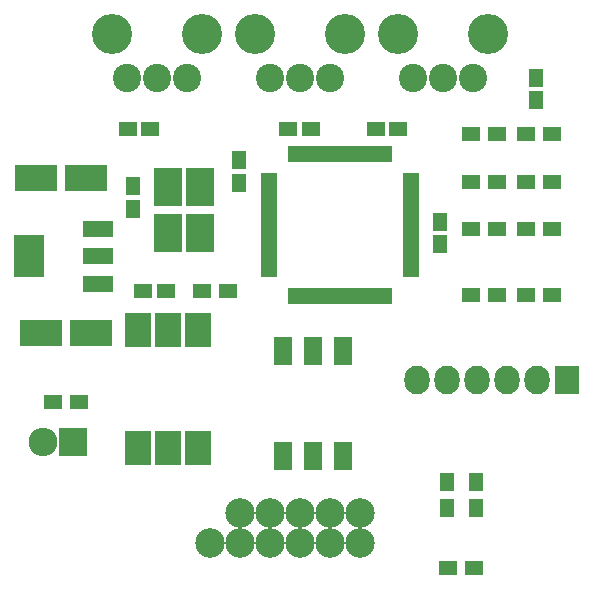
<source format=gts>
G04 #@! TF.FileFunction,Soldermask,Top*
%FSLAX46Y46*%
G04 Gerber Fmt 4.6, Leading zero omitted, Abs format (unit mm)*
G04 Created by KiCad (PCBNEW 4.0.0-rc1-stable) date 15.2.2016 17:04:43*
%MOMM*%
G01*
G04 APERTURE LIST*
%ADD10C,0.100000*%
%ADD11C,2.500000*%
%ADD12R,2.432000X2.432000*%
%ADD13O,2.432000X2.432000*%
%ADD14C,3.400000*%
%ADD15C,2.400000*%
%ADD16R,2.127200X2.432000*%
%ADD17O,2.127200X2.432000*%
%ADD18R,2.180000X2.900000*%
%ADD19R,0.849580X1.400000*%
%ADD20R,1.400000X0.849580*%
%ADD21R,2.550000X1.350000*%
%ADD22R,2.550000X3.650000*%
%ADD23R,1.600000X1.300000*%
%ADD24R,1.600000X1.150000*%
%ADD25R,1.150000X1.600000*%
%ADD26R,3.549600X2.200860*%
%ADD27R,2.400000X3.300000*%
%ADD28R,1.300000X1.600000*%
%ADD29R,1.600000X2.400000*%
%ADD30R,1.500000X2.400000*%
G04 APERTURE END LIST*
D10*
D11*
X-5080000Y-22170000D03*
X-5080000Y-19630000D03*
X-2540000Y-22170000D03*
X-2540000Y-19630000D03*
X0Y-22170000D03*
X0Y-19630000D03*
X2540000Y-22170000D03*
X2540000Y-19630000D03*
X5080000Y-22170000D03*
X5080000Y-19630000D03*
X-7620000Y-22170000D03*
D12*
X-19200000Y-13600000D03*
D13*
X-21740000Y-13600000D03*
D14*
X-8290000Y20950000D03*
D15*
X-9560000Y17200000D03*
X-12100000Y17200000D03*
X-14640000Y17200000D03*
D14*
X-15910000Y20950000D03*
X3810000Y20950000D03*
D15*
X2540000Y17200000D03*
X0Y17200000D03*
X-2540000Y17200000D03*
D14*
X-3810000Y20950000D03*
X15910000Y20950000D03*
D15*
X14640000Y17200000D03*
X12100000Y17200000D03*
X9560000Y17200000D03*
D14*
X8290000Y20950000D03*
D16*
X22600000Y-8400000D03*
D17*
X20060000Y-8400000D03*
X17520000Y-8400000D03*
X14980000Y-8400000D03*
X12440000Y-8400000D03*
X9900000Y-8400000D03*
D18*
X-8620000Y-14140000D03*
X-11160000Y-14140000D03*
X-13700000Y-14140000D03*
X-8620000Y-4150000D03*
X-11160000Y-4150000D03*
X-13700000Y-4150000D03*
D19*
X-600000Y-1250000D03*
X197560Y-1250000D03*
X997660Y-1250000D03*
X1797760Y-1250000D03*
X2597860Y-1250000D03*
X3397960Y-1250000D03*
X4198060Y-1250000D03*
X4998160Y-1250000D03*
X5798260Y-1250000D03*
X6598360Y-1250000D03*
X7398460Y-1250000D03*
D20*
X9399980Y748980D03*
X9399980Y1549080D03*
X9399980Y2349180D03*
X9399980Y3149280D03*
X9399980Y3949380D03*
X9399980Y4749480D03*
X9399980Y5549580D03*
X9399980Y6349680D03*
X9399980Y7149780D03*
X9399980Y7949880D03*
X9399980Y8749980D03*
D19*
X7398460Y10748960D03*
X6598360Y10748960D03*
X5798260Y10748960D03*
X4998160Y10748960D03*
X4198060Y10748960D03*
X3397960Y10748960D03*
X2597860Y10748960D03*
X1797760Y10748960D03*
X997660Y10748960D03*
X197560Y10748960D03*
X-600000Y10748960D03*
D20*
X-2598980Y8749980D03*
X-2598980Y7949880D03*
X-2598980Y7149780D03*
X-2598980Y6349680D03*
X-2598980Y5549580D03*
X-2598980Y4749480D03*
X-2598980Y3949380D03*
X-2598980Y3149280D03*
X-2598980Y2349180D03*
X-2598980Y1549080D03*
X-2598980Y748980D03*
D21*
X-17100000Y4400000D03*
X-17100000Y-200000D03*
X-17100000Y2100000D03*
D22*
X-22900000Y2100000D03*
D23*
X-8300000Y-800000D03*
X-6100000Y-800000D03*
X-18700000Y-10250000D03*
X-20900000Y-10250000D03*
D24*
X-11350000Y-800000D03*
X-13250000Y-800000D03*
D25*
X20000000Y17250000D03*
X20000000Y15350000D03*
D24*
X6450000Y12900000D03*
X8350000Y12900000D03*
X-12650000Y12900000D03*
X-14550000Y12900000D03*
D25*
X-14100000Y6150000D03*
X-14100000Y8050000D03*
D26*
X-17674020Y-4400000D03*
X-21925980Y-4400000D03*
D25*
X-5100000Y10250000D03*
X-5100000Y8350000D03*
D24*
X-950000Y12900000D03*
X950000Y12900000D03*
D25*
X11850000Y5050000D03*
X11850000Y3150000D03*
D26*
X-22325980Y8700000D03*
X-18074020Y8700000D03*
D27*
X-8410000Y7940000D03*
X-8400000Y4120000D03*
X-11180000Y4120000D03*
X-11170000Y7950000D03*
D23*
X19200000Y4400000D03*
X21400000Y4400000D03*
X19200000Y8400000D03*
X21400000Y8400000D03*
X19200000Y12500000D03*
X21400000Y12500000D03*
X16700000Y4400000D03*
X14500000Y4400000D03*
X16700000Y8400000D03*
X14500000Y8400000D03*
X16700000Y12500000D03*
X14500000Y12500000D03*
X19200000Y-1200000D03*
X21400000Y-1200000D03*
X16700000Y-1200000D03*
X14500000Y-1200000D03*
X14750000Y-24300000D03*
X12550000Y-24300000D03*
D28*
X14900000Y-19200000D03*
X14900000Y-17000000D03*
X12500000Y-19200000D03*
X12500000Y-17000000D03*
D29*
X3680000Y-14800000D03*
X3680000Y-5900000D03*
X1140000Y-5900000D03*
X-1400000Y-5900000D03*
X1140000Y-14800000D03*
D30*
X-1400000Y-14800000D03*
M02*

</source>
